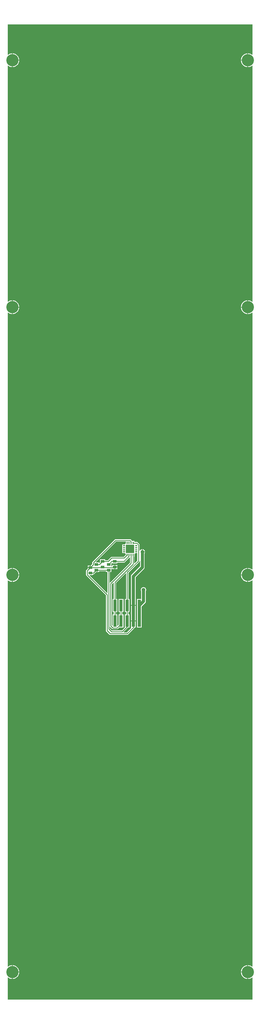
<source format=gbl>
%FSLAX44Y44*%
%MOMM*%
G71*
G01*
G75*
G04 Layer_Physical_Order=2*
G04 Layer_Color=16711680*
%ADD10R,2.5000X6.0000*%
%ADD11R,6.9850X4.0000*%
%ADD12C,1.0000*%
%ADD13C,4.0000*%
%ADD14C,1.2700*%
%ADD15R,1.0200X3.8000*%
%ADD16R,1.2192X0.8128*%
%ADD17R,0.3556X0.7620*%
%ADD18R,0.7620X0.3556*%
%ADD19R,2.7940X2.7940*%
%ADD20C,0.2540*%
G36*
X810000Y3091833D02*
X808852Y3091290D01*
X807583Y3092332D01*
X803667Y3094424D01*
X799419Y3095713D01*
X796270Y3096023D01*
Y3073499D01*
Y3050975D01*
X799419Y3051285D01*
X803667Y3052574D01*
X807583Y3054667D01*
X808852Y3055709D01*
X810000Y3055166D01*
Y2286333D01*
X808852Y2285790D01*
X807583Y2286831D01*
X803667Y2288924D01*
X799419Y2290213D01*
X796270Y2290523D01*
Y2267999D01*
Y2245475D01*
X799419Y2245785D01*
X803667Y2247074D01*
X807583Y2249167D01*
X808852Y2250208D01*
X810000Y2249665D01*
Y1413333D01*
X808852Y1412790D01*
X807583Y1413831D01*
X803667Y1415924D01*
X799419Y1417213D01*
X796270Y1417523D01*
Y1394999D01*
Y1372475D01*
X799419Y1372785D01*
X803667Y1374074D01*
X807583Y1376167D01*
X808852Y1377208D01*
X810000Y1376665D01*
Y118333D01*
X808852Y117790D01*
X807583Y118831D01*
X803667Y120924D01*
X799419Y122213D01*
X796270Y122523D01*
Y99999D01*
Y77475D01*
X799419Y77785D01*
X803667Y79074D01*
X807583Y81167D01*
X808852Y82208D01*
X810000Y81665D01*
Y10000D01*
X10000D01*
Y81665D01*
X11148Y82208D01*
X12417Y81167D01*
X16333Y79074D01*
X20581Y77785D01*
X23730Y77475D01*
Y99999D01*
Y122523D01*
X20581Y122213D01*
X16333Y120924D01*
X12417Y118831D01*
X11148Y117790D01*
X10000Y118333D01*
Y1376665D01*
X11148Y1377208D01*
X12417Y1376167D01*
X16333Y1374074D01*
X20581Y1372785D01*
X23730Y1372475D01*
Y1394999D01*
Y1417523D01*
X20581Y1417213D01*
X16333Y1415924D01*
X12417Y1413831D01*
X11148Y1412790D01*
X10000Y1413333D01*
Y2249665D01*
X11148Y2250208D01*
X12417Y2249167D01*
X16333Y2247074D01*
X20581Y2245785D01*
X23730Y2245475D01*
Y2267999D01*
Y2290523D01*
X20581Y2290213D01*
X16333Y2288924D01*
X12417Y2286831D01*
X11148Y2285790D01*
X10000Y2286333D01*
Y3055166D01*
X11148Y3055709D01*
X12417Y3054667D01*
X16333Y3052574D01*
X20581Y3051285D01*
X23730Y3050975D01*
Y3073499D01*
Y3096023D01*
X20581Y3095713D01*
X16333Y3094424D01*
X12417Y3092332D01*
X11148Y3091290D01*
X10000Y3091833D01*
Y3190000D01*
X810000D01*
Y3091833D01*
D02*
G37*
%LPC*%
G36*
X793730Y1393729D02*
X772476D01*
X772786Y1390580D01*
X774075Y1386332D01*
X776168Y1382416D01*
X778985Y1378984D01*
X782417Y1376167D01*
X786333Y1374074D01*
X790581Y1372785D01*
X793730Y1372475D01*
Y1393729D01*
D02*
G37*
G36*
X47524D02*
X26270D01*
Y1372475D01*
X29419Y1372785D01*
X33667Y1374074D01*
X37583Y1376167D01*
X41015Y1378984D01*
X43832Y1382416D01*
X45925Y1386332D01*
X47214Y1390580D01*
X47524Y1393729D01*
D02*
G37*
G36*
X410106Y1511190D02*
X362757D01*
X361270Y1510894D01*
X360010Y1510052D01*
X287347Y1437389D01*
X286505Y1436129D01*
X286209Y1434642D01*
Y1430703D01*
X281270Y1425764D01*
Y1419000D01*
X280000D01*
Y1417730D01*
X271364D01*
Y1415670D01*
X267347Y1411653D01*
X266505Y1410393D01*
X266209Y1408906D01*
Y1395214D01*
X266505Y1393727D01*
X267347Y1392467D01*
X331035Y1328779D01*
Y1213330D01*
X331331Y1211843D01*
X332173Y1210583D01*
X342003Y1200753D01*
X343263Y1199911D01*
X344750Y1199615D01*
X400500D01*
X401987Y1199911D01*
X403247Y1200753D01*
X423302Y1220808D01*
X424144Y1222068D01*
X424351Y1223110D01*
X428195D01*
Y1243380D01*
X412915D01*
Y1223110D01*
X412957D01*
X413443Y1221937D01*
X398891Y1207385D01*
X389288D01*
X388802Y1208558D01*
X403302Y1223058D01*
X403336Y1223110D01*
X408195D01*
Y1266190D01*
X404440D01*
Y1273810D01*
X408195D01*
Y1316890D01*
X404440D01*
Y1401762D01*
X440052Y1437374D01*
X440894Y1438634D01*
X440943Y1438881D01*
X441131Y1439826D01*
X442395Y1439702D01*
Y1423150D01*
X415177Y1395933D01*
X413969Y1394358D01*
X413432Y1393061D01*
X413209Y1392523D01*
X412950Y1390555D01*
Y1316890D01*
X412915D01*
Y1296620D01*
X428195D01*
Y1316890D01*
X428160D01*
Y1387405D01*
X455378Y1414622D01*
X456586Y1416198D01*
X456901Y1416957D01*
X457346Y1418032D01*
X457605Y1420000D01*
Y1465308D01*
X457765Y1465517D01*
X458661Y1467679D01*
X458800Y1468730D01*
X450000D01*
Y1470000D01*
X448730D01*
Y1478799D01*
X447679Y1478661D01*
X445517Y1477765D01*
X443660Y1476340D01*
X442392Y1474689D01*
X441190Y1475097D01*
Y1493106D01*
X440894Y1494593D01*
X440052Y1495853D01*
X434385Y1501520D01*
X433125Y1502362D01*
X431638Y1502658D01*
X424068D01*
Y1506035D01*
X416031D01*
X415927Y1506560D01*
X415085Y1507820D01*
X412853Y1510052D01*
X411593Y1510894D01*
X410106Y1511190D01*
D02*
G37*
G36*
X278730Y1425604D02*
X271364D01*
Y1420270D01*
X278730D01*
Y1425604D01*
D02*
G37*
G36*
X793730Y1417523D02*
X790581Y1417213D01*
X786333Y1415924D01*
X782417Y1413831D01*
X778985Y1411014D01*
X776168Y1407582D01*
X774075Y1403667D01*
X772786Y1399418D01*
X772476Y1396269D01*
X793730D01*
Y1417523D01*
D02*
G37*
G36*
X26270D02*
Y1396269D01*
X47524D01*
X47214Y1399418D01*
X45925Y1403667D01*
X43832Y1407582D01*
X41015Y1411014D01*
X37583Y1413831D01*
X33667Y1415924D01*
X29419Y1417213D01*
X26270Y1417523D01*
D02*
G37*
G36*
Y122523D02*
Y101269D01*
X47524D01*
X47214Y104418D01*
X45925Y108667D01*
X43832Y112582D01*
X41015Y116014D01*
X37583Y118831D01*
X33667Y120924D01*
X29419Y122213D01*
X26270Y122523D01*
D02*
G37*
G36*
X793730Y98729D02*
X772476D01*
X772786Y95581D01*
X774075Y91332D01*
X776168Y87416D01*
X778985Y83984D01*
X782417Y81167D01*
X786333Y79074D01*
X790581Y77785D01*
X793730Y77475D01*
Y98729D01*
D02*
G37*
G36*
X47524D02*
X26270D01*
Y77475D01*
X29419Y77785D01*
X33667Y79074D01*
X37583Y81167D01*
X41015Y83984D01*
X43832Y87416D01*
X45925Y91332D01*
X47214Y95581D01*
X47524Y98729D01*
D02*
G37*
G36*
X428195Y1294080D02*
X412915D01*
Y1273810D01*
X412950D01*
Y1266190D01*
X412915D01*
Y1245920D01*
X428195D01*
Y1266190D01*
X428160D01*
Y1273810D01*
X428195D01*
Y1294080D01*
D02*
G37*
G36*
X454000Y1355217D02*
X451679Y1354911D01*
X449517Y1354015D01*
X447660Y1352590D01*
X446235Y1350733D01*
X445339Y1348571D01*
X445033Y1346250D01*
X445339Y1343929D01*
X446235Y1341767D01*
X446395Y1341558D01*
Y1316890D01*
X432915D01*
Y1273810D01*
X432950D01*
Y1266190D01*
X432915D01*
Y1223110D01*
X448195D01*
Y1266190D01*
X448160D01*
Y1273810D01*
X448195D01*
Y1292235D01*
X459378Y1303417D01*
X460586Y1304992D01*
X461123Y1306289D01*
X461346Y1306827D01*
X461605Y1308795D01*
Y1341558D01*
X461765Y1341767D01*
X462661Y1343929D01*
X462967Y1346250D01*
X462661Y1348571D01*
X461765Y1350733D01*
X460340Y1352590D01*
X458483Y1354015D01*
X456321Y1354911D01*
X454000Y1355217D01*
D02*
G37*
G36*
X793730Y122523D02*
X790581Y122213D01*
X786333Y120924D01*
X782417Y118831D01*
X778985Y116014D01*
X776168Y112582D01*
X774075Y108667D01*
X772786Y104418D01*
X772476Y101269D01*
X793730D01*
Y122523D01*
D02*
G37*
G36*
Y2290523D02*
X790581Y2290213D01*
X786333Y2288924D01*
X782417Y2286831D01*
X778985Y2284014D01*
X776168Y2280582D01*
X774075Y2276667D01*
X772786Y2272418D01*
X772476Y2269269D01*
X793730D01*
Y2290523D01*
D02*
G37*
G36*
X26270D02*
Y2269269D01*
X47524D01*
X47214Y2272418D01*
X45925Y2276667D01*
X43832Y2280582D01*
X41015Y2284014D01*
X37583Y2286831D01*
X33667Y2288924D01*
X29419Y2290213D01*
X26270Y2290523D01*
D02*
G37*
G36*
X793730Y2266729D02*
X772476D01*
X772786Y2263580D01*
X774075Y2259332D01*
X776168Y2255416D01*
X778985Y2251984D01*
X782417Y2249167D01*
X786333Y2247074D01*
X790581Y2245785D01*
X793730Y2245475D01*
Y2266729D01*
D02*
G37*
G36*
X47524Y3072229D02*
X26270D01*
Y3050975D01*
X29419Y3051285D01*
X33667Y3052574D01*
X37583Y3054667D01*
X41015Y3057484D01*
X43832Y3060916D01*
X45925Y3064832D01*
X47214Y3069081D01*
X47524Y3072229D01*
D02*
G37*
G36*
X793730Y3096023D02*
X790581Y3095713D01*
X786333Y3094424D01*
X782417Y3092332D01*
X778985Y3089515D01*
X776168Y3086082D01*
X774075Y3082167D01*
X772786Y3077918D01*
X772476Y3074769D01*
X793730D01*
Y3096023D01*
D02*
G37*
G36*
X26270D02*
Y3074769D01*
X47524D01*
X47214Y3077918D01*
X45925Y3082167D01*
X43832Y3086082D01*
X41015Y3089515D01*
X37583Y3092332D01*
X33667Y3094424D01*
X29419Y3095713D01*
X26270Y3096023D01*
D02*
G37*
G36*
X793730Y3072229D02*
X772476D01*
X772786Y3069081D01*
X774075Y3064832D01*
X776168Y3060916D01*
X778985Y3057484D01*
X782417Y3054667D01*
X786333Y3052574D01*
X790581Y3051285D01*
X793730Y3050975D01*
Y3072229D01*
D02*
G37*
G36*
X451270Y1478799D02*
Y1471270D01*
X458800D01*
X458661Y1472321D01*
X457765Y1474483D01*
X456340Y1476340D01*
X454483Y1477765D01*
X452321Y1478661D01*
X451270Y1478799D01*
D02*
G37*
G36*
X47524Y2266729D02*
X26270D01*
Y2245475D01*
X29419Y2245785D01*
X33667Y2247074D01*
X37583Y2249167D01*
X41015Y2251984D01*
X43832Y2255416D01*
X45925Y2259332D01*
X47214Y2263580D01*
X47524Y2266729D01*
D02*
G37*
%LPD*%
G36*
X396670Y1399517D02*
Y1316890D01*
X392915D01*
Y1273810D01*
X396670D01*
Y1266190D01*
X392915D01*
Y1223659D01*
X383141Y1213885D01*
X350859D01*
X343885Y1220859D01*
Y1224679D01*
X345058Y1225165D01*
X351130Y1219093D01*
X352390Y1218251D01*
X353877Y1217955D01*
X367233D01*
X368720Y1218251D01*
X369980Y1219093D01*
X373997Y1223110D01*
X388195D01*
Y1266190D01*
X384440D01*
Y1273810D01*
X388195D01*
Y1316890D01*
X372915D01*
Y1273810D01*
X376670D01*
Y1266190D01*
X372915D01*
Y1233016D01*
X369368Y1229469D01*
X368195Y1229955D01*
Y1266190D01*
X364440D01*
Y1273810D01*
X368195D01*
Y1316890D01*
X364440D01*
Y1368946D01*
X395497Y1400003D01*
X396670Y1399517D01*
D02*
G37*
G36*
X433420Y1441730D02*
X424808Y1433118D01*
X423635Y1433604D01*
Y1453965D01*
X424068D01*
Y1463490D01*
X426510D01*
Y1465932D01*
X433420D01*
Y1441730D01*
D02*
G37*
G36*
X409365Y1451301D02*
Y1434859D01*
X345058Y1370552D01*
X343885Y1371038D01*
Y1404252D01*
X348636D01*
Y1415115D01*
X351364D01*
Y1414252D01*
X358730D01*
Y1420856D01*
Y1427460D01*
X351364D01*
Y1422885D01*
X348636D01*
Y1432142D01*
X350191Y1433697D01*
X351364Y1433211D01*
Y1432396D01*
X368636D01*
Y1435115D01*
X389911D01*
X391398Y1435411D01*
X392658Y1436253D01*
X408192Y1451787D01*
X409365Y1451301D01*
D02*
G37*
G36*
X331364Y1404252D02*
X336115D01*
Y1336346D01*
X334942Y1335860D01*
X277723Y1393079D01*
X278209Y1394252D01*
X288636D01*
Y1396971D01*
X290000D01*
X291487Y1397267D01*
X292747Y1398109D01*
X298890Y1404252D01*
X308636D01*
Y1406971D01*
X331364D01*
Y1404252D01*
D02*
G37*
G36*
X356670Y1369517D02*
Y1316890D01*
X352915D01*
Y1273810D01*
X356670D01*
Y1266190D01*
X352915D01*
Y1229955D01*
X351742Y1229469D01*
X350135Y1231076D01*
Y1364641D01*
X355497Y1370003D01*
X356670Y1369517D01*
D02*
G37*
G36*
X395932Y1496510D02*
X393490D01*
Y1494068D01*
X383965D01*
Y1485432D01*
Y1478932D01*
Y1472432D01*
Y1465932D01*
X393490D01*
Y1463490D01*
X395932D01*
Y1461491D01*
X388358Y1453917D01*
X350033D01*
X348546Y1453622D01*
X347286Y1452779D01*
X337391Y1442885D01*
X328636D01*
Y1445604D01*
X311364D01*
Y1435858D01*
X309809Y1434303D01*
X308636Y1434789D01*
Y1435604D01*
X298209D01*
X297723Y1436777D01*
X364366Y1503420D01*
X395932D01*
Y1496510D01*
D02*
G37*
%LPC*%
G36*
X368636Y1427460D02*
X361270D01*
Y1422126D01*
X368636D01*
Y1427460D01*
D02*
G37*
G36*
Y1419586D02*
X361270D01*
Y1414252D01*
X368636D01*
Y1419586D01*
D02*
G37*
%LPD*%
D12*
X420555Y1390555D02*
X450000Y1420000D01*
Y1466115D01*
X420555Y1244650D02*
Y1390555D01*
X454000Y1308795D02*
Y1346250D01*
X440555Y1295350D02*
X454000Y1308795D01*
X440555Y1244650D02*
Y1295350D01*
D13*
X25000Y3073499D02*
D03*
Y2267999D02*
D03*
Y1394999D02*
D03*
Y99999D02*
D03*
X795000Y3073499D02*
D03*
Y2267999D02*
D03*
Y1394999D02*
D03*
Y99999D02*
D03*
D14*
X450000Y1470000D02*
D03*
X454000Y1346250D02*
D03*
D15*
X440555Y1244650D02*
D03*
Y1295350D02*
D03*
X420555Y1244650D02*
D03*
Y1295350D02*
D03*
X400555Y1244650D02*
D03*
Y1295350D02*
D03*
X380555Y1244650D02*
D03*
Y1295350D02*
D03*
X360555Y1244650D02*
D03*
Y1295350D02*
D03*
D16*
X320000Y1439000D02*
D03*
Y1420856D02*
D03*
X280000Y1419000D02*
D03*
Y1400856D02*
D03*
X300000Y1429000D02*
D03*
Y1410856D02*
D03*
X340000Y1429000D02*
D03*
Y1410856D02*
D03*
X360000Y1439000D02*
D03*
Y1420856D02*
D03*
D17*
X419750Y1460315D02*
D03*
X413250D02*
D03*
X406750D02*
D03*
X400250D02*
D03*
Y1499685D02*
D03*
X406750D02*
D03*
X413250D02*
D03*
X419750D02*
D03*
D18*
X390315Y1470250D02*
D03*
Y1476750D02*
D03*
Y1483250D02*
D03*
Y1489750D02*
D03*
X429685D02*
D03*
Y1483250D02*
D03*
Y1476750D02*
D03*
Y1470250D02*
D03*
D19*
X410000Y1480000D02*
D03*
D20*
X353877Y1221840D02*
X367233D01*
X346250Y1229467D02*
X353877Y1221840D01*
X349250Y1210000D02*
X384750D01*
X340000Y1219250D02*
X349250Y1210000D01*
X344750Y1203500D02*
X400500D01*
X334920Y1213330D02*
X344750Y1203500D01*
X340000Y1219250D02*
Y1410856D01*
X334920Y1213330D02*
Y1330388D01*
X346250Y1229467D02*
Y1366250D01*
X419750Y1499685D02*
X420662Y1498773D01*
X437305Y1440121D02*
Y1493106D01*
X400555Y1403371D02*
X437305Y1440121D01*
X420662Y1498773D02*
X431638D01*
X437305Y1493106D01*
X280000Y1419000D02*
X358144D01*
X412338Y1500597D02*
X413250Y1499685D01*
X362757Y1507305D02*
X410106D01*
X290094Y1434642D02*
X362757Y1507305D01*
X412338Y1500597D02*
Y1505073D01*
X410106Y1507305D02*
X412338Y1505073D01*
X290094Y1429094D02*
Y1434642D01*
X280000Y1419000D02*
X290094Y1429094D01*
X280000Y1418812D02*
Y1419000D01*
X270094Y1408906D02*
X280000Y1418812D01*
X270094Y1395214D02*
Y1408906D01*
Y1395214D02*
X334920Y1330388D01*
X419750Y1429750D02*
Y1460315D01*
X360555Y1370555D02*
X419750Y1429750D01*
X389967Y1450033D02*
X400250Y1460315D01*
X350033Y1450033D02*
X389967D01*
X339000Y1439000D02*
X350033Y1450033D01*
X360000Y1439000D02*
X389911D01*
X320000D02*
X339000D01*
X350000D02*
X360000D01*
X340000Y1429000D02*
X350000Y1439000D01*
X300000Y1410856D02*
X340000D01*
X290000Y1400856D02*
X300000Y1410856D01*
X280000Y1400856D02*
X290000D01*
X358144Y1419000D02*
X360000Y1420856D01*
X310000Y1429000D02*
X320000Y1439000D01*
X300000Y1429000D02*
X310000D01*
X420555Y1223555D02*
Y1244650D01*
X400500Y1203500D02*
X420555Y1223555D01*
X384750Y1210000D02*
X400555Y1225805D01*
X367233Y1221840D02*
X377750Y1232357D01*
X360555Y1295350D02*
Y1370555D01*
Y1244650D02*
Y1295350D01*
X380555Y1244650D02*
Y1295350D01*
X400555Y1225805D02*
Y1403371D01*
X346250Y1366250D02*
X413250Y1433250D01*
Y1460315D01*
X389911Y1439000D02*
X406750Y1455839D01*
Y1460315D01*
M02*

</source>
